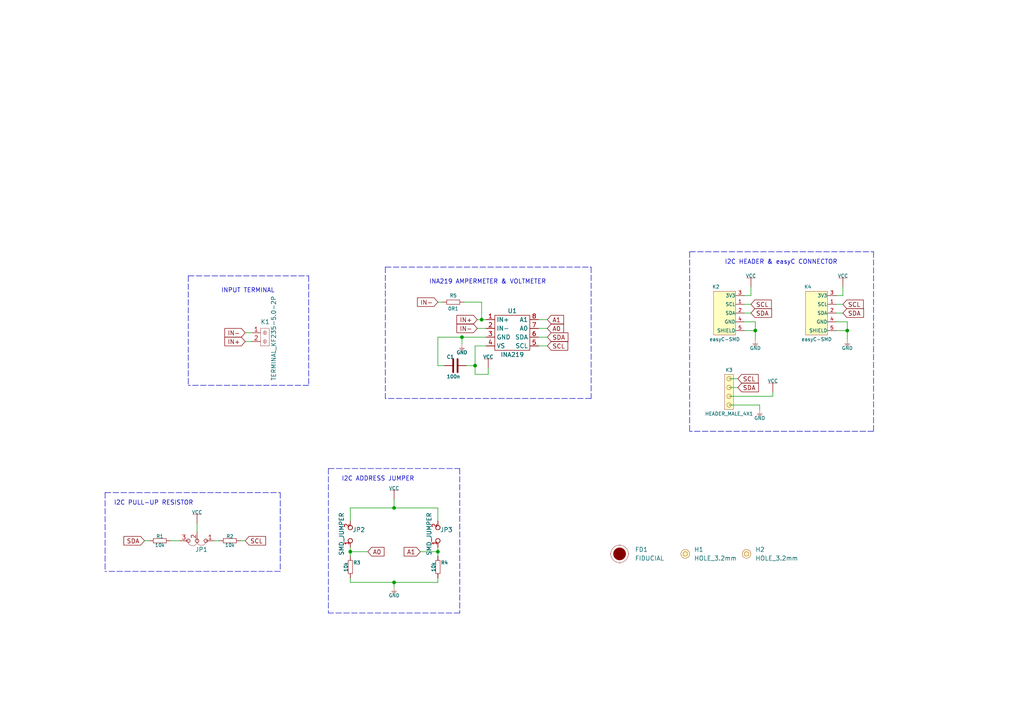
<source format=kicad_sch>
(kicad_sch (version 20211123) (generator eeschema)

  (uuid 69146e43-255d-42af-a104-4a911107aac8)

  (paper "A4")

  (title_block
    (title "INA219 breakout")
    (date "2021-07-28")
    (rev "V1.0.0.")
    (company "SOLDERED")
    (comment 1 "333066")
  )

  (lib_symbols
    (symbol "e-radionica.com schematics:0603C" (pin_numbers hide) (pin_names (offset 0.002)) (in_bom yes) (on_board yes)
      (property "Reference" "C" (id 0) (at -0.635 3.175 0)
        (effects (font (size 1 1)))
      )
      (property "Value" "0603C" (id 1) (at 0 -3.175 0)
        (effects (font (size 1 1)))
      )
      (property "Footprint" "e-radionica.com footprinti:0603C" (id 2) (at 0 0 0)
        (effects (font (size 1 1)) hide)
      )
      (property "Datasheet" "" (id 3) (at 0 0 0)
        (effects (font (size 1 1)) hide)
      )
      (symbol "0603C_0_1"
        (polyline
          (pts
            (xy -0.635 1.905)
            (xy -0.635 -1.905)
          )
          (stroke (width 0.5) (type default) (color 0 0 0 0))
          (fill (type none))
        )
        (polyline
          (pts
            (xy 0.635 1.905)
            (xy 0.635 -1.905)
          )
          (stroke (width 0.5) (type default) (color 0 0 0 0))
          (fill (type none))
        )
      )
      (symbol "0603C_1_1"
        (pin passive line (at -3.175 0 0) (length 2.54)
          (name "~" (effects (font (size 1.27 1.27))))
          (number "1" (effects (font (size 1.27 1.27))))
        )
        (pin passive line (at 3.175 0 180) (length 2.54)
          (name "~" (effects (font (size 1.27 1.27))))
          (number "2" (effects (font (size 1.27 1.27))))
        )
      )
    )
    (symbol "e-radionica.com schematics:0603R" (pin_numbers hide) (pin_names (offset 0.254)) (in_bom yes) (on_board yes)
      (property "Reference" "R" (id 0) (at -1.905 1.905 0)
        (effects (font (size 1 1)))
      )
      (property "Value" "0603R" (id 1) (at 0 -1.905 0)
        (effects (font (size 1 1)))
      )
      (property "Footprint" "e-radionica.com footprinti:0603R" (id 2) (at -0.635 1.905 0)
        (effects (font (size 1 1)) hide)
      )
      (property "Datasheet" "" (id 3) (at -0.635 1.905 0)
        (effects (font (size 1 1)) hide)
      )
      (symbol "0603R_0_1"
        (rectangle (start -1.905 -0.635) (end 1.905 -0.6604)
          (stroke (width 0.1) (type default) (color 0 0 0 0))
          (fill (type none))
        )
        (rectangle (start -1.905 0.635) (end -1.8796 -0.635)
          (stroke (width 0.1) (type default) (color 0 0 0 0))
          (fill (type none))
        )
        (rectangle (start -1.905 0.635) (end 1.905 0.6096)
          (stroke (width 0.1) (type default) (color 0 0 0 0))
          (fill (type none))
        )
        (rectangle (start 1.905 0.635) (end 1.9304 -0.635)
          (stroke (width 0.1) (type default) (color 0 0 0 0))
          (fill (type none))
        )
      )
      (symbol "0603R_1_1"
        (pin passive line (at -3.175 0 0) (length 1.27)
          (name "~" (effects (font (size 1.27 1.27))))
          (number "1" (effects (font (size 1.27 1.27))))
        )
        (pin passive line (at 3.175 0 180) (length 1.27)
          (name "~" (effects (font (size 1.27 1.27))))
          (number "2" (effects (font (size 1.27 1.27))))
        )
      )
    )
    (symbol "e-radionica.com schematics:1210R" (pin_numbers hide) (pin_names (offset 0.254)) (in_bom yes) (on_board yes)
      (property "Reference" "R" (id 0) (at 0 1.27 0)
        (effects (font (size 1 1)))
      )
      (property "Value" "1210R" (id 1) (at 0 -1.905 0)
        (effects (font (size 1 1)))
      )
      (property "Footprint" "e-radionica.com footprinti:1210R" (id 2) (at -1.27 -3.81 0)
        (effects (font (size 1 1)) hide)
      )
      (property "Datasheet" "" (id 3) (at -0.635 1.905 0)
        (effects (font (size 1 1)) hide)
      )
      (symbol "1210R_0_1"
        (rectangle (start -1.905 -0.635) (end 1.905 -0.6604)
          (stroke (width 0.1) (type default) (color 0 0 0 0))
          (fill (type none))
        )
        (rectangle (start -1.905 0.635) (end -1.8796 -0.635)
          (stroke (width 0.1) (type default) (color 0 0 0 0))
          (fill (type none))
        )
        (rectangle (start -1.905 0.635) (end 1.905 0.6096)
          (stroke (width 0.1) (type default) (color 0 0 0 0))
          (fill (type none))
        )
        (rectangle (start 1.905 0.635) (end 1.9304 -0.635)
          (stroke (width 0.1) (type default) (color 0 0 0 0))
          (fill (type none))
        )
      )
      (symbol "1210R_1_1"
        (pin passive line (at -3.175 0 0) (length 1.27)
          (name "~" (effects (font (size 1.27 1.27))))
          (number "1" (effects (font (size 1.27 1.27))))
        )
        (pin passive line (at 3.175 0 180) (length 1.27)
          (name "~" (effects (font (size 1.27 1.27))))
          (number "2" (effects (font (size 1.27 1.27))))
        )
      )
    )
    (symbol "e-radionica.com schematics:FIDUCIAL" (in_bom no) (on_board yes)
      (property "Reference" "FD" (id 0) (at 0 3.81 0)
        (effects (font (size 1.27 1.27)))
      )
      (property "Value" "FIDUCIAL" (id 1) (at 0 -3.81 0)
        (effects (font (size 1.27 1.27)))
      )
      (property "Footprint" "e-radionica.com footprinti:FIDUCIAL_23" (id 2) (at 0.254 -5.334 0)
        (effects (font (size 1.27 1.27)) hide)
      )
      (property "Datasheet" "" (id 3) (at 0 0 0)
        (effects (font (size 1.27 1.27)) hide)
      )
      (symbol "FIDUCIAL_0_1"
        (polyline
          (pts
            (xy -2.54 0)
            (xy -2.794 0)
          )
          (stroke (width 0.0006) (type default) (color 0 0 0 0))
          (fill (type none))
        )
        (polyline
          (pts
            (xy 0 -2.54)
            (xy 0 -2.794)
          )
          (stroke (width 0.0006) (type default) (color 0 0 0 0))
          (fill (type none))
        )
        (polyline
          (pts
            (xy 0 2.54)
            (xy 0 2.794)
          )
          (stroke (width 0.0006) (type default) (color 0 0 0 0))
          (fill (type none))
        )
        (polyline
          (pts
            (xy 2.54 0)
            (xy 2.794 0)
          )
          (stroke (width 0.0006) (type default) (color 0 0 0 0))
          (fill (type none))
        )
        (circle (center 0 0) (radius 1.7961)
          (stroke (width 0.001) (type default) (color 0 0 0 0))
          (fill (type outline))
        )
        (circle (center 0 0) (radius 2.54)
          (stroke (width 0.0006) (type default) (color 0 0 0 0))
          (fill (type none))
        )
      )
    )
    (symbol "e-radionica.com schematics:GND" (power) (pin_names (offset 0)) (in_bom yes) (on_board yes)
      (property "Reference" "#PWR" (id 0) (at 4.445 0 0)
        (effects (font (size 1 1)) hide)
      )
      (property "Value" "GND" (id 1) (at 0 -2.921 0)
        (effects (font (size 1 1)))
      )
      (property "Footprint" "" (id 2) (at 4.445 3.81 0)
        (effects (font (size 1 1)) hide)
      )
      (property "Datasheet" "" (id 3) (at 4.445 3.81 0)
        (effects (font (size 1 1)) hide)
      )
      (property "ki_keywords" "power-flag" (id 4) (at 0 0 0)
        (effects (font (size 1.27 1.27)) hide)
      )
      (property "ki_description" "Power symbol creates a global label with name \"+3V3\"" (id 5) (at 0 0 0)
        (effects (font (size 1.27 1.27)) hide)
      )
      (symbol "GND_0_1"
        (polyline
          (pts
            (xy -0.762 -1.27)
            (xy 0.762 -1.27)
          )
          (stroke (width 0.0006) (type default) (color 0 0 0 0))
          (fill (type none))
        )
        (polyline
          (pts
            (xy -0.635 -1.524)
            (xy 0.635 -1.524)
          )
          (stroke (width 0.0006) (type default) (color 0 0 0 0))
          (fill (type none))
        )
        (polyline
          (pts
            (xy -0.381 -1.778)
            (xy 0.381 -1.778)
          )
          (stroke (width 0.0006) (type default) (color 0 0 0 0))
          (fill (type none))
        )
        (polyline
          (pts
            (xy -0.127 -2.032)
            (xy 0.127 -2.032)
          )
          (stroke (width 0.0006) (type default) (color 0 0 0 0))
          (fill (type none))
        )
        (polyline
          (pts
            (xy 0 0)
            (xy 0 -1.27)
          )
          (stroke (width 0.0006) (type default) (color 0 0 0 0))
          (fill (type none))
        )
      )
      (symbol "GND_1_1"
        (pin power_in line (at 0 0 270) (length 0) hide
          (name "GND" (effects (font (size 1.27 1.27))))
          (number "1" (effects (font (size 1.27 1.27))))
        )
      )
    )
    (symbol "e-radionica.com schematics:HEADER_MALE_4X1" (pin_numbers hide) (pin_names hide) (in_bom yes) (on_board yes)
      (property "Reference" "K" (id 0) (at -0.635 7.62 0)
        (effects (font (size 1 1)))
      )
      (property "Value" "HEADER_MALE_4X1" (id 1) (at 0 -5.08 0)
        (effects (font (size 1 1)))
      )
      (property "Footprint" "e-radionica.com footprinti:HEADER_MALE_4X1" (id 2) (at 0 -2.54 0)
        (effects (font (size 1 1)) hide)
      )
      (property "Datasheet" "" (id 3) (at 0 -2.54 0)
        (effects (font (size 1 1)) hide)
      )
      (symbol "HEADER_MALE_4X1_0_1"
        (circle (center 0 -2.54) (radius 0.635)
          (stroke (width 0.0006) (type default) (color 0 0 0 0))
          (fill (type none))
        )
        (circle (center 0 0) (radius 0.635)
          (stroke (width 0.0006) (type default) (color 0 0 0 0))
          (fill (type none))
        )
        (circle (center 0 2.54) (radius 0.635)
          (stroke (width 0.0006) (type default) (color 0 0 0 0))
          (fill (type none))
        )
        (circle (center 0 5.08) (radius 0.635)
          (stroke (width 0.0006) (type default) (color 0 0 0 0))
          (fill (type none))
        )
        (rectangle (start 1.27 -3.81) (end -1.27 6.35)
          (stroke (width 0.001) (type default) (color 0 0 0 0))
          (fill (type background))
        )
      )
      (symbol "HEADER_MALE_4X1_1_1"
        (pin passive line (at 0 -2.54 180) (length 0)
          (name "~" (effects (font (size 1 1))))
          (number "1" (effects (font (size 1 1))))
        )
        (pin passive line (at 0 0 180) (length 0)
          (name "~" (effects (font (size 1 1))))
          (number "2" (effects (font (size 1 1))))
        )
        (pin passive line (at 0 2.54 180) (length 0)
          (name "~" (effects (font (size 1 1))))
          (number "3" (effects (font (size 1 1))))
        )
        (pin passive line (at 0 5.08 180) (length 0)
          (name "~" (effects (font (size 1 1))))
          (number "4" (effects (font (size 1 1))))
        )
      )
    )
    (symbol "e-radionica.com schematics:HOLE_3.2mm" (pin_numbers hide) (pin_names hide) (in_bom yes) (on_board yes)
      (property "Reference" "H" (id 0) (at 0 2.54 0)
        (effects (font (size 1.27 1.27)))
      )
      (property "Value" "HOLE_3.2mm" (id 1) (at 0 -2.54 0)
        (effects (font (size 1.27 1.27)))
      )
      (property "Footprint" "e-radionica.com footprinti:HOLE_3.2mm" (id 2) (at 0 0 0)
        (effects (font (size 1.27 1.27)) hide)
      )
      (property "Datasheet" "" (id 3) (at 0 0 0)
        (effects (font (size 1.27 1.27)) hide)
      )
      (symbol "HOLE_3.2mm_0_1"
        (circle (center 0 0) (radius 0.635)
          (stroke (width 0.0006) (type default) (color 0 0 0 0))
          (fill (type none))
        )
        (circle (center 0 0) (radius 1.27)
          (stroke (width 0.001) (type default) (color 0 0 0 0))
          (fill (type background))
        )
      )
    )
    (symbol "e-radionica.com schematics:INA219" (in_bom yes) (on_board yes)
      (property "Reference" "U" (id 0) (at 0 6.35 0)
        (effects (font (size 1.27 1.27)))
      )
      (property "Value" "INA219" (id 1) (at 0 -6.35 0)
        (effects (font (size 1.27 1.27)))
      )
      (property "Footprint" "e-radionica.com footprinti:SOT23-8" (id 2) (at 0 -8.89 0)
        (effects (font (size 1.27 1.27)) hide)
      )
      (property "Datasheet" "" (id 3) (at 0 0 0)
        (effects (font (size 1.27 1.27)) hide)
      )
      (symbol "INA219_0_1"
        (rectangle (start -5.08 5.08) (end 5.08 -5.08)
          (stroke (width 0.1524) (type default) (color 0 0 0 0))
          (fill (type none))
        )
      )
      (symbol "INA219_1_1"
        (pin input line (at -7.62 3.81 0) (length 2.54)
          (name "IN+" (effects (font (size 1.27 1.27))))
          (number "1" (effects (font (size 1.27 1.27))))
        )
        (pin input line (at -7.62 1.27 0) (length 2.54)
          (name "IN-" (effects (font (size 1.27 1.27))))
          (number "2" (effects (font (size 1.27 1.27))))
        )
        (pin power_out line (at -7.62 -1.27 0) (length 2.54)
          (name "GND" (effects (font (size 1.27 1.27))))
          (number "3" (effects (font (size 1.27 1.27))))
        )
        (pin power_in line (at -7.62 -3.81 0) (length 2.54)
          (name "VS" (effects (font (size 1.27 1.27))))
          (number "4" (effects (font (size 1.27 1.27))))
        )
        (pin bidirectional line (at 7.62 -3.81 180) (length 2.54)
          (name "SCL" (effects (font (size 1.27 1.27))))
          (number "5" (effects (font (size 1.27 1.27))))
        )
        (pin bidirectional line (at 7.62 -1.27 180) (length 2.54)
          (name "SDA" (effects (font (size 1.27 1.27))))
          (number "6" (effects (font (size 1.27 1.27))))
        )
        (pin input line (at 7.62 1.27 180) (length 2.54)
          (name "A0" (effects (font (size 1.27 1.27))))
          (number "7" (effects (font (size 1.27 1.27))))
        )
        (pin input line (at 7.62 3.81 180) (length 2.54)
          (name "A1" (effects (font (size 1.27 1.27))))
          (number "8" (effects (font (size 1.27 1.27))))
        )
      )
    )
    (symbol "e-radionica.com schematics:SMD_JUMPER" (in_bom yes) (on_board yes)
      (property "Reference" "JP" (id 0) (at 0 1.397 0)
        (effects (font (size 1.27 1.27)))
      )
      (property "Value" "SMD_JUMPER" (id 1) (at 0.508 -3.048 0)
        (effects (font (size 1.27 1.27)))
      )
      (property "Footprint" "e-radionica.com footprinti:SMD_JUMPER" (id 2) (at 0 0 0)
        (effects (font (size 1.27 1.27)) hide)
      )
      (property "Datasheet" "" (id 3) (at 0 0 0)
        (effects (font (size 1.27 1.27)) hide)
      )
      (symbol "SMD_JUMPER_1_1"
        (pin passive inverted (at -3.81 0 0) (length 2.54)
          (name "" (effects (font (size 1.27 1.27))))
          (number "1" (effects (font (size 1.27 1.27))))
        )
        (pin passive inverted (at 3.81 0 180) (length 2.54)
          (name "" (effects (font (size 1.27 1.27))))
          (number "2" (effects (font (size 1.27 1.27))))
        )
      )
    )
    (symbol "e-radionica.com schematics:SMD_JUMPER_3_PAD_TRACE" (in_bom yes) (on_board yes)
      (property "Reference" "JP" (id 0) (at 0.0254 5.461 0)
        (effects (font (size 1.27 1.27)))
      )
      (property "Value" "SMD_JUMPER_3_PAD_TRACE" (id 1) (at 0.3048 -4.572 0)
        (effects (font (size 1.27 1.27)))
      )
      (property "Footprint" "e-radionica.com footprinti:SMD_JUMPER_3_PAD_TRACE" (id 2) (at 0 -1.27 0)
        (effects (font (size 1.27 1.27)) hide)
      )
      (property "Datasheet" "" (id 3) (at 0 0 0)
        (effects (font (size 1.27 1.27)) hide)
      )
      (symbol "SMD_JUMPER_3_PAD_TRACE_0_1"
        (circle (center -2.54 0) (radius 0.508)
          (stroke (width 0.1524) (type default) (color 0 0 0 0))
          (fill (type none))
        )
        (circle (center 0 0) (radius 0.508)
          (stroke (width 0.1524) (type default) (color 0 0 0 0))
          (fill (type none))
        )
        (arc (start 0 0.508) (mid -1.27 1.3552) (end -2.54 0.508)
          (stroke (width 0.0006) (type default) (color 0 0 0 0))
          (fill (type none))
        )
        (circle (center 2.54 0) (radius 0.508)
          (stroke (width 0.1524) (type default) (color 0 0 0 0))
          (fill (type none))
        )
        (arc (start 2.54 0.508) (mid 1.27 1.4777) (end 0 0.508)
          (stroke (width 0.0006) (type default) (color 0 0 0 0))
          (fill (type none))
        )
      )
      (symbol "SMD_JUMPER_3_PAD_TRACE_1_1"
        (pin input line (at -5.08 0 0) (length 2.54)
          (name "" (effects (font (size 1.27 1.27))))
          (number "1" (effects (font (size 1.27 1.27))))
        )
        (pin input line (at 0 -2.54 90) (length 2.54)
          (name "" (effects (font (size 1.27 1.27))))
          (number "2" (effects (font (size 1.27 1.27))))
        )
        (pin input line (at 5.08 0 180) (length 2.54)
          (name "" (effects (font (size 1.27 1.27))))
          (number "3" (effects (font (size 1.27 1.27))))
        )
      )
    )
    (symbol "e-radionica.com schematics:TERMINAL_KF235-5.0-2P" (in_bom yes) (on_board yes)
      (property "Reference" "K" (id 0) (at 0 3.81 0)
        (effects (font (size 1.27 1.27)))
      )
      (property "Value" "TERMINAL_KF235-5.0-2P" (id 1) (at 0 -3.81 0)
        (effects (font (size 1.27 1.27)))
      )
      (property "Footprint" "e-radionica.com footprinti:TERMINAL_KF235-5.0-2P" (id 2) (at 0 0 0)
        (effects (font (size 1.27 1.27)) hide)
      )
      (property "Datasheet" "" (id 3) (at 0 0 0)
        (effects (font (size 1.27 1.27)) hide)
      )
      (symbol "TERMINAL_KF235-5.0-2P_0_1"
        (rectangle (start -1.27 2.54) (end 1.27 -2.54)
          (stroke (width 0.0006) (type default) (color 0 0 0 0))
          (fill (type none))
        )
        (circle (center 0 -1.27) (radius 0.508)
          (stroke (width 0.0006) (type default) (color 0 0 0 0))
          (fill (type none))
        )
        (polyline
          (pts
            (xy -0.254 -1.27)
            (xy 0.254 -1.27)
          )
          (stroke (width 0.0006) (type default) (color 0 0 0 0))
          (fill (type none))
        )
        (polyline
          (pts
            (xy -0.254 1.27)
            (xy 0.254 1.27)
          )
          (stroke (width 0.0006) (type default) (color 0 0 0 0))
          (fill (type none))
        )
        (polyline
          (pts
            (xy 0 -0.762)
            (xy 0 -1.778)
          )
          (stroke (width 0.0006) (type default) (color 0 0 0 0))
          (fill (type none))
        )
        (polyline
          (pts
            (xy 0 1.778)
            (xy 0 0.762)
          )
          (stroke (width 0.0006) (type default) (color 0 0 0 0))
          (fill (type none))
        )
        (circle (center 0 1.27) (radius 0.508)
          (stroke (width 0.0006) (type default) (color 0 0 0 0))
          (fill (type none))
        )
      )
      (symbol "TERMINAL_KF235-5.0-2P_1_1"
        (pin input line (at -3.81 1.27 0) (length 2.54)
          (name "~" (effects (font (size 1.27 1.27))))
          (number "1" (effects (font (size 1.27 1.27))))
        )
        (pin input line (at -3.81 -1.27 0) (length 2.54)
          (name "~" (effects (font (size 1.27 1.27))))
          (number "2" (effects (font (size 1.27 1.27))))
        )
      )
    )
    (symbol "e-radionica.com schematics:VCC" (power) (pin_names (offset 0)) (in_bom yes) (on_board yes)
      (property "Reference" "#PWR" (id 0) (at 4.445 0 0)
        (effects (font (size 1 1)) hide)
      )
      (property "Value" "VCC" (id 1) (at 0 3.556 0)
        (effects (font (size 1 1)))
      )
      (property "Footprint" "" (id 2) (at 4.445 3.81 0)
        (effects (font (size 1 1)) hide)
      )
      (property "Datasheet" "" (id 3) (at 4.445 3.81 0)
        (effects (font (size 1 1)) hide)
      )
      (property "ki_keywords" "power-flag" (id 4) (at 0 0 0)
        (effects (font (size 1.27 1.27)) hide)
      )
      (property "ki_description" "Power symbol creates a global label with name \"VCC\"" (id 5) (at 0 0 0)
        (effects (font (size 1.27 1.27)) hide)
      )
      (symbol "VCC_0_1"
        (polyline
          (pts
            (xy -1.27 2.54)
            (xy 1.27 2.54)
          )
          (stroke (width 0.0006) (type default) (color 0 0 0 0))
          (fill (type none))
        )
        (polyline
          (pts
            (xy 0 0)
            (xy 0 2.54)
          )
          (stroke (width 0) (type default) (color 0 0 0 0))
          (fill (type none))
        )
      )
      (symbol "VCC_1_1"
        (pin power_in line (at 0 0 90) (length 0) hide
          (name "VCC" (effects (font (size 1.27 1.27))))
          (number "1" (effects (font (size 1.27 1.27))))
        )
      )
    )
    (symbol "e-radionica.com schematics:easyC-SMD" (pin_names (offset 0.002)) (in_bom yes) (on_board yes)
      (property "Reference" "K" (id 0) (at -2.54 10.16 0)
        (effects (font (size 1 1)))
      )
      (property "Value" "easyC-SMD" (id 1) (at 0 -5.08 0)
        (effects (font (size 1 1)))
      )
      (property "Footprint" "e-radionica.com footprinti:easyC-connector" (id 2) (at 3.175 2.54 0)
        (effects (font (size 1 1)) hide)
      )
      (property "Datasheet" "" (id 3) (at 3.175 2.54 0)
        (effects (font (size 1 1)) hide)
      )
      (symbol "easyC-SMD_0_1"
        (rectangle (start -3.175 8.89) (end 3.175 -3.81)
          (stroke (width 0.001) (type default) (color 0 0 0 0))
          (fill (type background))
        )
      )
      (symbol "easyC-SMD_1_1"
        (pin passive line (at 5.715 5.08 180) (length 2.54)
          (name "SCL" (effects (font (size 1 1))))
          (number "1" (effects (font (size 1 1))))
        )
        (pin passive line (at 5.715 2.54 180) (length 2.54)
          (name "SDA" (effects (font (size 1 1))))
          (number "2" (effects (font (size 1 1))))
        )
        (pin passive line (at 5.715 7.62 180) (length 2.54)
          (name "3V3" (effects (font (size 1 1))))
          (number "3" (effects (font (size 1 1))))
        )
        (pin passive line (at 5.715 0 180) (length 2.54)
          (name "GND" (effects (font (size 1 1))))
          (number "4" (effects (font (size 1 1))))
        )
        (pin passive line (at 5.715 -2.54 180) (length 2.54)
          (name "SHIELD" (effects (font (size 1 1))))
          (number "5" (effects (font (size 1 1))))
        )
      )
    )
  )

  (junction (at 114.3 147.32) (diameter 0.9144) (color 0 0 0 0)
    (uuid 68877d35-b796-44db-9124-b8e744e7412e)
  )
  (junction (at 137.795 106.045) (diameter 0.9144) (color 0 0 0 0)
    (uuid 6d26d68f-1ca7-4ff3-b058-272f1c399047)
  )
  (junction (at 219.075 95.885) (diameter 0.9144) (color 0 0 0 0)
    (uuid 70e15522-1572-4451-9c0d-6d36ac70d8c6)
  )
  (junction (at 133.985 97.79) (diameter 0.9144) (color 0 0 0 0)
    (uuid 911bdcbe-493f-4e21-a506-7cbc636e2c17)
  )
  (junction (at 127 160.02) (diameter 0.9144) (color 0 0 0 0)
    (uuid 9f8381e9-3077-4453-a480-a01ad9c1a940)
  )
  (junction (at 114.3 168.91) (diameter 0.9144) (color 0 0 0 0)
    (uuid b96fe6ac-3535-4455-ab88-ed77f5e46d6e)
  )
  (junction (at 101.6 160.02) (diameter 0.9144) (color 0 0 0 0)
    (uuid c332fa55-4168-4f55-88a5-f82c7c21040b)
  )
  (junction (at 139.7 92.71) (diameter 0.9144) (color 0 0 0 0)
    (uuid d3d7e298-1d39-4294-a3ab-c84cc0dc5e5a)
  )
  (junction (at 245.745 95.885) (diameter 0.9144) (color 0 0 0 0)
    (uuid dde51ae5-b215-445e-92bb-4a12ec410531)
  )

  (wire (pts (xy 211.455 117.475) (xy 220.345 117.475))
    (stroke (width 0) (type solid) (color 0 0 0 0))
    (uuid 0251b0c8-4742-44c4-9c7b-cab7ded9241f)
  )
  (wire (pts (xy 71.12 96.52) (xy 73.025 96.52))
    (stroke (width 0) (type solid) (color 0 0 0 0))
    (uuid 0306d83a-8d18-443b-9603-7cf2c41b9858)
  )
  (wire (pts (xy 215.9 93.345) (xy 219.075 93.345))
    (stroke (width 0) (type solid) (color 0 0 0 0))
    (uuid 0b0ebae2-6810-4e57-9510-dcacd6548495)
  )
  (polyline (pts (xy 81.28 165.735) (xy 30.48 165.735))
    (stroke (width 0) (type dash) (color 0 0 0 0))
    (uuid 0c461d33-6b7a-4b15-8e8b-df4cd2205c18)
  )

  (wire (pts (xy 242.57 88.265) (xy 244.475 88.265))
    (stroke (width 0) (type solid) (color 0 0 0 0))
    (uuid 0d160caf-dc7f-4845-a2f3-a2e555e0ca4b)
  )
  (wire (pts (xy 134.62 87.63) (xy 139.7 87.63))
    (stroke (width 0) (type solid) (color 0 0 0 0))
    (uuid 0f5af60f-f05a-4599-a022-5507d4864707)
  )
  (wire (pts (xy 139.7 87.63) (xy 139.7 92.71))
    (stroke (width 0) (type solid) (color 0 0 0 0))
    (uuid 0f5af60f-f05a-4599-a022-5507d4864708)
  )
  (wire (pts (xy 156.21 92.71) (xy 158.75 92.71))
    (stroke (width 0) (type solid) (color 0 0 0 0))
    (uuid 15500686-5a0d-424e-a984-9c859e697c5a)
  )
  (wire (pts (xy 127 87.63) (xy 128.27 87.63))
    (stroke (width 0) (type solid) (color 0 0 0 0))
    (uuid 16600d83-9144-4a9a-8273-1b21a38568ed)
  )
  (wire (pts (xy 156.21 95.25) (xy 158.75 95.25))
    (stroke (width 0) (type solid) (color 0 0 0 0))
    (uuid 1a46f6e3-86db-4347-92ad-66dcff9ba0ad)
  )
  (wire (pts (xy 211.455 109.855) (xy 213.995 109.855))
    (stroke (width 0) (type solid) (color 0 0 0 0))
    (uuid 1f13f457-c275-45d9-a011-368e4b85c5a1)
  )
  (wire (pts (xy 71.12 99.06) (xy 73.025 99.06))
    (stroke (width 0) (type solid) (color 0 0 0 0))
    (uuid 1fcb396a-e201-4f7f-b69a-c90b70746eb2)
  )
  (wire (pts (xy 242.57 85.725) (xy 244.475 85.725))
    (stroke (width 0) (type solid) (color 0 0 0 0))
    (uuid 2248dbeb-578b-48e4-94ad-b88ee79f2131)
  )
  (polyline (pts (xy 89.535 80.01) (xy 89.535 111.76))
    (stroke (width 0) (type dash) (color 0 0 0 0))
    (uuid 27f94713-731c-42f1-946b-bf3970251c24)
  )

  (wire (pts (xy 138.43 95.25) (xy 140.97 95.25))
    (stroke (width 0) (type solid) (color 0 0 0 0))
    (uuid 36e06ef4-ff41-47fc-a9f7-9ca9c9ad3b10)
  )
  (polyline (pts (xy 111.76 77.47) (xy 111.76 115.57))
    (stroke (width 0) (type dash) (color 0 0 0 0))
    (uuid 386d4238-bf7d-41fe-9b8e-957300934440)
  )
  (polyline (pts (xy 30.48 142.875) (xy 81.28 142.875))
    (stroke (width 0) (type dash) (color 0 0 0 0))
    (uuid 38743a08-036c-4e85-bef1-4395c6c307c1)
  )

  (wire (pts (xy 57.15 151.765) (xy 57.15 154.305))
    (stroke (width 0) (type solid) (color 0 0 0 0))
    (uuid 4868c01e-ddd2-46eb-ae6f-ac78e0ca99fa)
  )
  (wire (pts (xy 215.9 90.805) (xy 217.805 90.805))
    (stroke (width 0) (type solid) (color 0 0 0 0))
    (uuid 4b8d1bf3-b483-419f-b29b-aee56fbab09b)
  )
  (wire (pts (xy 242.57 90.805) (xy 244.475 90.805))
    (stroke (width 0) (type solid) (color 0 0 0 0))
    (uuid 511d616d-095d-458c-8f76-8ac4291a0b4f)
  )
  (wire (pts (xy 219.075 93.345) (xy 219.075 95.885))
    (stroke (width 0) (type solid) (color 0 0 0 0))
    (uuid 52e41505-f3c3-420f-acea-bf853bab7e23)
  )
  (wire (pts (xy 217.805 85.725) (xy 217.805 83.185))
    (stroke (width 0) (type solid) (color 0 0 0 0))
    (uuid 52e52201-5a3d-435b-a459-83d466da3e1b)
  )
  (wire (pts (xy 242.57 95.885) (xy 245.745 95.885))
    (stroke (width 0) (type solid) (color 0 0 0 0))
    (uuid 57633617-0709-458b-b696-db978eb3449b)
  )
  (wire (pts (xy 101.6 167.64) (xy 101.6 168.91))
    (stroke (width 0) (type solid) (color 0 0 0 0))
    (uuid 5788fd00-3df4-4a52-b7b8-50aba6a20a0d)
  )
  (wire (pts (xy 101.6 168.91) (xy 114.3 168.91))
    (stroke (width 0) (type solid) (color 0 0 0 0))
    (uuid 5788fd00-3df4-4a52-b7b8-50aba6a20a0e)
  )
  (wire (pts (xy 114.3 168.91) (xy 114.3 170.18))
    (stroke (width 0) (type solid) (color 0 0 0 0))
    (uuid 5788fd00-3df4-4a52-b7b8-50aba6a20a0f)
  )
  (wire (pts (xy 156.21 100.33) (xy 158.75 100.33))
    (stroke (width 0) (type solid) (color 0 0 0 0))
    (uuid 5d4753d5-87c5-424f-990b-ab6640ba241c)
  )
  (wire (pts (xy 127 97.79) (xy 133.985 97.79))
    (stroke (width 0) (type solid) (color 0 0 0 0))
    (uuid 5d8282b2-7ba8-4e52-a8fe-acb2687d6293)
  )
  (wire (pts (xy 127 106.045) (xy 127 97.79))
    (stroke (width 0) (type solid) (color 0 0 0 0))
    (uuid 5d8282b2-7ba8-4e52-a8fe-acb2687d6294)
  )
  (wire (pts (xy 128.905 106.045) (xy 127 106.045))
    (stroke (width 0) (type solid) (color 0 0 0 0))
    (uuid 5d8282b2-7ba8-4e52-a8fe-acb2687d6295)
  )
  (wire (pts (xy 215.9 88.265) (xy 217.805 88.265))
    (stroke (width 0) (type solid) (color 0 0 0 0))
    (uuid 614d0255-f6eb-4b42-b742-6ec673f82bdf)
  )
  (wire (pts (xy 245.745 93.345) (xy 245.745 95.885))
    (stroke (width 0) (type solid) (color 0 0 0 0))
    (uuid 6595aeff-d2fe-467a-926d-3e2400ffa84c)
  )
  (wire (pts (xy 219.075 95.885) (xy 219.075 98.425))
    (stroke (width 0) (type solid) (color 0 0 0 0))
    (uuid 70f3525a-f854-4bf2-9706-b0a3da59bdc9)
  )
  (polyline (pts (xy 253.365 73.025) (xy 253.365 125.095))
    (stroke (width 0) (type dash) (color 0 0 0 0))
    (uuid 735c9ad4-d8a2-4c3d-aaaf-c7572cc7cfa4)
  )

  (wire (pts (xy 133.985 97.79) (xy 133.985 99.695))
    (stroke (width 0) (type solid) (color 0 0 0 0))
    (uuid 788127e1-df9a-4c64-884f-e18dfb65401c)
  )
  (wire (pts (xy 140.97 97.79) (xy 133.985 97.79))
    (stroke (width 0) (type solid) (color 0 0 0 0))
    (uuid 788127e1-df9a-4c64-884f-e18dfb65401d)
  )
  (polyline (pts (xy 54.61 80.01) (xy 54.61 111.76))
    (stroke (width 0) (type dash) (color 0 0 0 0))
    (uuid 795af4e8-7744-4313-8e74-65add72a6025)
  )
  (polyline (pts (xy 54.61 80.01) (xy 89.535 80.01))
    (stroke (width 0) (type dash) (color 0 0 0 0))
    (uuid 7da6980c-be2f-4101-8fcd-c51dc41e2caa)
  )

  (wire (pts (xy 101.6 160.02) (xy 106.68 160.02))
    (stroke (width 0) (type solid) (color 0 0 0 0))
    (uuid 7debb41c-5f48-44dd-8718-01628f96a96e)
  )
  (wire (pts (xy 101.6 147.32) (xy 114.3 147.32))
    (stroke (width 0) (type solid) (color 0 0 0 0))
    (uuid 7eaab18f-7332-414f-8242-0f2603ff4fd8)
  )
  (wire (pts (xy 101.6 151.13) (xy 101.6 147.32))
    (stroke (width 0) (type solid) (color 0 0 0 0))
    (uuid 7eaab18f-7332-414f-8242-0f2603ff4fd9)
  )
  (wire (pts (xy 114.3 147.32) (xy 127 147.32))
    (stroke (width 0) (type solid) (color 0 0 0 0))
    (uuid 7eaab18f-7332-414f-8242-0f2603ff4fda)
  )
  (wire (pts (xy 220.345 117.475) (xy 220.345 118.745))
    (stroke (width 0) (type solid) (color 0 0 0 0))
    (uuid 7eb57340-cf7e-4fd2-94c7-d5296e1a6045)
  )
  (wire (pts (xy 137.795 100.33) (xy 137.795 106.045))
    (stroke (width 0) (type solid) (color 0 0 0 0))
    (uuid 7fef5ed3-c1c7-4ff5-83bc-42aed60e8e9b)
  )
  (wire (pts (xy 137.795 106.045) (xy 137.795 108.585))
    (stroke (width 0) (type solid) (color 0 0 0 0))
    (uuid 7fef5ed3-c1c7-4ff5-83bc-42aed60e8e9c)
  )
  (wire (pts (xy 137.795 108.585) (xy 141.605 108.585))
    (stroke (width 0) (type solid) (color 0 0 0 0))
    (uuid 7fef5ed3-c1c7-4ff5-83bc-42aed60e8e9d)
  )
  (wire (pts (xy 140.97 100.33) (xy 137.795 100.33))
    (stroke (width 0) (type solid) (color 0 0 0 0))
    (uuid 7fef5ed3-c1c7-4ff5-83bc-42aed60e8e9e)
  )
  (wire (pts (xy 141.605 108.585) (xy 141.605 106.68))
    (stroke (width 0) (type solid) (color 0 0 0 0))
    (uuid 7fef5ed3-c1c7-4ff5-83bc-42aed60e8e9f)
  )
  (wire (pts (xy 69.85 156.845) (xy 71.12 156.845))
    (stroke (width 0) (type solid) (color 0 0 0 0))
    (uuid 8079066b-5a18-475a-8703-030d6ad29d1e)
  )
  (wire (pts (xy 211.455 112.395) (xy 213.995 112.395))
    (stroke (width 0) (type solid) (color 0 0 0 0))
    (uuid 80dc24e8-6853-46b9-b552-113209db0777)
  )
  (polyline (pts (xy 200.025 73.025) (xy 200.025 125.095))
    (stroke (width 0) (type dash) (color 0 0 0 0))
    (uuid 825da848-11e8-4bc0-84f8-6dbf80614715)
  )

  (wire (pts (xy 245.745 95.885) (xy 245.745 98.425))
    (stroke (width 0) (type solid) (color 0 0 0 0))
    (uuid 89344374-cb4e-4bd5-b2a4-60d00941aba5)
  )
  (wire (pts (xy 127 167.64) (xy 127 168.91))
    (stroke (width 0) (type solid) (color 0 0 0 0))
    (uuid 908cb68f-ba53-4ad4-bca5-bc790d7d30d4)
  )
  (wire (pts (xy 127 168.91) (xy 114.3 168.91))
    (stroke (width 0) (type solid) (color 0 0 0 0))
    (uuid 908cb68f-ba53-4ad4-bca5-bc790d7d30d5)
  )
  (wire (pts (xy 41.91 156.845) (xy 43.18 156.845))
    (stroke (width 0) (type solid) (color 0 0 0 0))
    (uuid 91936310-a8d1-4b8e-9b36-f0d416a46c17)
  )
  (wire (pts (xy 127 151.13) (xy 127 147.32))
    (stroke (width 0) (type solid) (color 0 0 0 0))
    (uuid 994783f7-1bd0-422b-8462-7f9976ccc9d3)
  )
  (wire (pts (xy 138.43 92.71) (xy 139.7 92.71))
    (stroke (width 0) (type solid) (color 0 0 0 0))
    (uuid 9a237ddf-410a-49d1-92d0-0a202ceadc03)
  )
  (wire (pts (xy 139.7 92.71) (xy 140.97 92.71))
    (stroke (width 0) (type solid) (color 0 0 0 0))
    (uuid 9a237ddf-410a-49d1-92d0-0a202ceadc04)
  )
  (wire (pts (xy 49.53 156.845) (xy 52.07 156.845))
    (stroke (width 0) (type solid) (color 0 0 0 0))
    (uuid a0575b14-fe86-4aa4-a14b-0d0bc2734792)
  )
  (polyline (pts (xy 89.535 111.76) (xy 54.61 111.76))
    (stroke (width 0) (type dash) (color 0 0 0 0))
    (uuid a37fd365-9ca0-4d88-ad45-095de8a96a05)
  )

  (wire (pts (xy 114.3 144.78) (xy 114.3 147.32))
    (stroke (width 0) (type solid) (color 0 0 0 0))
    (uuid a60d82eb-66bb-46ce-bb6b-8b723ef1654c)
  )
  (wire (pts (xy 215.9 85.725) (xy 217.805 85.725))
    (stroke (width 0) (type solid) (color 0 0 0 0))
    (uuid a840c244-7337-4c52-9c93-4758ded75eb2)
  )
  (wire (pts (xy 242.57 93.345) (xy 245.745 93.345))
    (stroke (width 0) (type solid) (color 0 0 0 0))
    (uuid a91bb2ac-e50b-4cc0-95ba-8ee1c6824dc3)
  )
  (polyline (pts (xy 253.365 125.095) (xy 200.025 125.095))
    (stroke (width 0) (type dash) (color 0 0 0 0))
    (uuid aae2ee54-8e1f-409b-9fcb-a4a411be48d9)
  )

  (wire (pts (xy 101.6 158.75) (xy 101.6 160.02))
    (stroke (width 0) (type solid) (color 0 0 0 0))
    (uuid ae0444ff-92ee-45fb-b2ed-38a0e5b730aa)
  )
  (wire (pts (xy 101.6 160.02) (xy 101.6 161.29))
    (stroke (width 0) (type solid) (color 0 0 0 0))
    (uuid ae0444ff-92ee-45fb-b2ed-38a0e5b730ab)
  )
  (wire (pts (xy 211.455 114.935) (xy 224.155 114.935))
    (stroke (width 0) (type solid) (color 0 0 0 0))
    (uuid ba2979d5-4f1b-45bb-a0d8-e63c3911723d)
  )
  (polyline (pts (xy 171.45 77.47) (xy 171.45 115.57))
    (stroke (width 0) (type dash) (color 0 0 0 0))
    (uuid bcfc01fd-6625-4ca6-8b1f-da2ecd5b97c4)
  )

  (wire (pts (xy 215.9 95.885) (xy 219.075 95.885))
    (stroke (width 0) (type solid) (color 0 0 0 0))
    (uuid c76b5b66-fd8c-4e0a-962d-d5497c5ac676)
  )
  (polyline (pts (xy 171.45 115.57) (xy 111.76 115.57))
    (stroke (width 0) (type dash) (color 0 0 0 0))
    (uuid ca61d94c-ad90-484a-a753-480c741fd2b5)
  )
  (polyline (pts (xy 30.48 142.875) (xy 30.48 165.735))
    (stroke (width 0) (type dash) (color 0 0 0 0))
    (uuid cec27ebd-975a-44a2-a1bd-6f21c019fb8c)
  )

  (wire (pts (xy 224.155 114.935) (xy 224.155 113.665))
    (stroke (width 0) (type solid) (color 0 0 0 0))
    (uuid d36a19b5-0f6b-417b-9b91-688619ab395f)
  )
  (polyline (pts (xy 200.025 73.025) (xy 253.365 73.025))
    (stroke (width 0) (type dash) (color 0 0 0 0))
    (uuid d45bee82-d35c-4c64-b9b0-d9adcd8e0217)
  )
  (polyline (pts (xy 111.76 77.47) (xy 171.45 77.47))
    (stroke (width 0) (type dash) (color 0 0 0 0))
    (uuid d936e1f6-3e90-4e82-9e42-fca0fa533b84)
  )

  (wire (pts (xy 156.21 97.79) (xy 158.75 97.79))
    (stroke (width 0) (type solid) (color 0 0 0 0))
    (uuid dc8b573f-8312-45c6-9f0d-684fc304f071)
  )
  (wire (pts (xy 127 158.75) (xy 127 160.02))
    (stroke (width 0) (type solid) (color 0 0 0 0))
    (uuid dfd09404-c65f-4c15-9066-b8d9d70ddefa)
  )
  (wire (pts (xy 127 160.02) (xy 127 161.29))
    (stroke (width 0) (type solid) (color 0 0 0 0))
    (uuid dfd09404-c65f-4c15-9066-b8d9d70ddefb)
  )
  (polyline (pts (xy 81.28 142.875) (xy 81.28 165.735))
    (stroke (width 0) (type dash) (color 0 0 0 0))
    (uuid e6744582-a4b1-4f07-85ef-0a1b6f411810)
  )
  (polyline (pts (xy 95.25 135.89) (xy 95.25 177.8))
    (stroke (width 0) (type dash) (color 0 0 0 0))
    (uuid e9412578-c650-498d-a16c-876ccc2fd38a)
  )
  (polyline (pts (xy 95.25 135.89) (xy 133.35 135.89))
    (stroke (width 0) (type dash) (color 0 0 0 0))
    (uuid e9412578-c650-498d-a16c-876ccc2fd38b)
  )
  (polyline (pts (xy 133.35 135.89) (xy 133.35 177.8))
    (stroke (width 0) (type dash) (color 0 0 0 0))
    (uuid e9412578-c650-498d-a16c-876ccc2fd38c)
  )
  (polyline (pts (xy 133.35 177.8) (xy 95.25 177.8))
    (stroke (width 0) (type dash) (color 0 0 0 0))
    (uuid e9412578-c650-498d-a16c-876ccc2fd38d)
  )

  (wire (pts (xy 62.23 156.845) (xy 63.5 156.845))
    (stroke (width 0) (type solid) (color 0 0 0 0))
    (uuid f1c5e9d1-6eb5-4544-8474-76f75557c0be)
  )
  (wire (pts (xy 244.475 85.725) (xy 244.475 83.185))
    (stroke (width 0) (type solid) (color 0 0 0 0))
    (uuid f78f7756-d103-43a5-81dd-a61eba7587cb)
  )
  (wire (pts (xy 135.255 106.045) (xy 137.795 106.045))
    (stroke (width 0) (type solid) (color 0 0 0 0))
    (uuid fad31b2a-ed6e-42a4-b4e3-71b5a1ade712)
  )
  (wire (pts (xy 121.92 160.02) (xy 127 160.02))
    (stroke (width 0) (type solid) (color 0 0 0 0))
    (uuid fd43d55d-0eaf-4273-9232-a76800314bd6)
  )

  (text "INA219 AMPERMETER & VOLTMETER" (at 124.46 82.55 0)
    (effects (font (size 1.27 1.27)) (justify left bottom))
    (uuid 2ea43720-a3de-4b89-b66f-9c35544f8469)
  )
  (text "I2C ADDRESS JUMPER" (at 99.06 139.7 0)
    (effects (font (size 1.27 1.27)) (justify left bottom))
    (uuid 8f45ed2c-4045-48bf-98ec-cde3b94e30ee)
  )
  (text "INPUT TERMINAL" (at 64.135 85.09 0)
    (effects (font (size 1.27 1.27)) (justify left bottom))
    (uuid 98d6f452-ee9f-4f2b-8819-f15a00f8ff75)
  )
  (text "I2C HEADER & easyC CONNECTOR" (at 210.185 76.835 0)
    (effects (font (size 1.27 1.27)) (justify left bottom))
    (uuid c0c80e47-819c-4807-844e-bef505d7ae6a)
  )
  (text "I2C PULL-UP RESISTOR" (at 33.02 146.685 0)
    (effects (font (size 1.27 1.27)) (justify left bottom))
    (uuid d6566b45-8d34-41d6-bc06-0112449790b7)
  )

  (global_label "A1" (shape input) (at 121.92 160.02 180) (fields_autoplaced)
    (effects (font (size 1.27 1.27)) (justify right))
    (uuid 0656e987-479c-49d4-898c-77cbcc365b3c)
    (property "Intersheet References" "${INTERSHEET_REFS}" (id 0) (at 117.2088 160.0994 0)
      (effects (font (size 1.27 1.27)) (justify right) hide)
    )
  )
  (global_label "A0" (shape input) (at 158.75 95.25 0) (fields_autoplaced)
    (effects (font (size 1.27 1.27)) (justify left))
    (uuid 0cc41055-d732-45f7-b1b0-24a5f7913a10)
    (property "Intersheet References" "${INTERSHEET_REFS}" (id 0) (at 163.4612 95.1706 0)
      (effects (font (size 1.27 1.27)) (justify left) hide)
    )
  )
  (global_label "IN-" (shape input) (at 127 87.63 180) (fields_autoplaced)
    (effects (font (size 1.27 1.27)) (justify right))
    (uuid 16cf4afe-f8fe-48d5-9be4-353dd3fd3e35)
    (property "Intersheet References" "${INTERSHEET_REFS}" (id 0) (at 121.0793 87.5506 0)
      (effects (font (size 1.27 1.27)) (justify right) hide)
    )
  )
  (global_label "IN-" (shape input) (at 71.12 96.52 180) (fields_autoplaced)
    (effects (font (size 1.27 1.27)) (justify right))
    (uuid 17ee2632-88e8-4e02-ad1c-c73ea9afa793)
    (property "Intersheet References" "${INTERSHEET_REFS}" (id 0) (at 65.1993 96.4406 0)
      (effects (font (size 1.27 1.27)) (justify right) hide)
    )
  )
  (global_label "IN+" (shape input) (at 138.43 92.71 180) (fields_autoplaced)
    (effects (font (size 1.27 1.27)) (justify right))
    (uuid 237b7c17-f83c-4d34-8216-3a8e46666767)
    (property "Intersheet References" "${INTERSHEET_REFS}" (id 0) (at 132.5093 92.6306 0)
      (effects (font (size 1.27 1.27)) (justify right) hide)
    )
  )
  (global_label "SDA" (shape input) (at 213.995 112.395 0)
    (effects (font (size 1.27 1.27)) (justify left))
    (uuid 2adc9bd0-8417-4140-9b5c-27a8d614b183)
    (property "Intersheet References" "${INTERSHEET_REFS}" (id 0) (at 222.7097 112.4744 0)
      (effects (font (size 1.27 1.27)) (justify left) hide)
    )
  )
  (global_label "SDA" (shape input) (at 158.75 97.79 0)
    (effects (font (size 1.27 1.27)) (justify left))
    (uuid 493b580c-0e97-4026-8eb6-8a64f9d8b619)
    (property "Intersheet References" "${INTERSHEET_REFS}" (id 0) (at 167.4647 97.8694 0)
      (effects (font (size 1.27 1.27)) (justify left) hide)
    )
  )
  (global_label "SCL" (shape input) (at 217.805 88.265 0)
    (effects (font (size 1.27 1.27)) (justify left))
    (uuid 77306070-ce5e-4e6f-8716-ed185ba6a533)
    (property "Intersheet References" "${INTERSHEET_REFS}" (id 0) (at 228.2735 88.1856 0)
      (effects (font (size 1.27 1.27)) (justify left) hide)
    )
  )
  (global_label "SDA" (shape input) (at 217.805 90.805 0)
    (effects (font (size 1.27 1.27)) (justify left))
    (uuid 7ce38594-f860-4b1d-8e10-cdb9ada24afd)
    (property "Intersheet References" "${INTERSHEET_REFS}" (id 0) (at 228.334 90.8844 0)
      (effects (font (size 1.27 1.27)) (justify left) hide)
    )
  )
  (global_label "SDA" (shape input) (at 41.91 156.845 180)
    (effects (font (size 1.27 1.27)) (justify right))
    (uuid 865ec769-6006-4f7c-9d76-43793dfd6f72)
    (property "Intersheet References" "${INTERSHEET_REFS}" (id 0) (at 31.381 156.7656 0)
      (effects (font (size 1.27 1.27)) (justify right) hide)
    )
  )
  (global_label "SCL" (shape input) (at 71.12 156.845 0)
    (effects (font (size 1.27 1.27)) (justify left))
    (uuid 9eadfac1-b53a-44da-bc3d-e01d12a50a85)
    (property "Intersheet References" "${INTERSHEET_REFS}" (id 0) (at 79.7742 156.7656 0)
      (effects (font (size 1.27 1.27)) (justify left) hide)
    )
  )
  (global_label "SCL" (shape input) (at 213.995 109.855 0)
    (effects (font (size 1.27 1.27)) (justify left))
    (uuid a3edf16c-ac62-4e09-bb66-55dc45b173a4)
    (property "Intersheet References" "${INTERSHEET_REFS}" (id 0) (at 222.6492 109.7756 0)
      (effects (font (size 1.27 1.27)) (justify left) hide)
    )
  )
  (global_label "SCL" (shape input) (at 158.75 100.33 0)
    (effects (font (size 1.27 1.27)) (justify left))
    (uuid a5978ed2-01bd-40cf-affd-7d22150f9776)
    (property "Intersheet References" "${INTERSHEET_REFS}" (id 0) (at 167.4042 100.2506 0)
      (effects (font (size 1.27 1.27)) (justify left) hide)
    )
  )
  (global_label "IN-" (shape input) (at 138.43 95.25 180) (fields_autoplaced)
    (effects (font (size 1.27 1.27)) (justify right))
    (uuid a8f78d3d-a1ac-4a57-bb40-b7d4022f236e)
    (property "Intersheet References" "${INTERSHEET_REFS}" (id 0) (at 132.5093 95.1706 0)
      (effects (font (size 1.27 1.27)) (justify right) hide)
    )
  )
  (global_label "A0" (shape input) (at 106.68 160.02 0) (fields_autoplaced)
    (effects (font (size 1.27 1.27)) (justify left))
    (uuid c157acdf-e53c-48a2-8bc4-32d01e0d4936)
    (property "Intersheet References" "${INTERSHEET_REFS}" (id 0) (at 111.3912 159.9406 0)
      (effects (font (size 1.27 1.27)) (justify left) hide)
    )
  )
  (global_label "SCL" (shape input) (at 244.475 88.265 0)
    (effects (font (size 1.27 1.27)) (justify left))
    (uuid cc55cc9c-c6b3-436c-ad4c-5e1953e53d5c)
    (property "Intersheet References" "${INTERSHEET_REFS}" (id 0) (at 254.9435 88.1856 0)
      (effects (font (size 1.27 1.27)) (justify left) hide)
    )
  )
  (global_label "SDA" (shape input) (at 244.475 90.805 0)
    (effects (font (size 1.27 1.27)) (justify left))
    (uuid cfe76557-744d-4010-89a8-0c4664618058)
    (property "Intersheet References" "${INTERSHEET_REFS}" (id 0) (at 255.004 90.8844 0)
      (effects (font (size 1.27 1.27)) (justify left) hide)
    )
  )
  (global_label "IN+" (shape input) (at 71.12 99.06 180) (fields_autoplaced)
    (effects (font (size 1.27 1.27)) (justify right))
    (uuid e1eae691-e9ff-4aaf-93be-d29548eb4c57)
    (property "Intersheet References" "${INTERSHEET_REFS}" (id 0) (at 65.1993 98.9806 0)
      (effects (font (size 1.27 1.27)) (justify right) hide)
    )
  )
  (global_label "A1" (shape input) (at 158.75 92.71 0) (fields_autoplaced)
    (effects (font (size 1.27 1.27)) (justify left))
    (uuid f185cd78-3755-401b-a6d6-46ad9a60aa77)
    (property "Intersheet References" "${INTERSHEET_REFS}" (id 0) (at 163.4612 92.6306 0)
      (effects (font (size 1.27 1.27)) (justify left) hide)
    )
  )

  (symbol (lib_id "e-radionica.com schematics:VCC") (at 141.605 106.68 0) (unit 1)
    (in_bom yes) (on_board yes)
    (uuid 01d01441-bad6-440c-b219-e02f92414c69)
    (property "Reference" "#PWR05" (id 0) (at 146.05 106.68 0)
      (effects (font (size 1 1)) hide)
    )
    (property "Value" "VCC" (id 1) (at 141.605 103.505 0)
      (effects (font (size 1 1)))
    )
    (property "Footprint" "" (id 2) (at 146.05 102.87 0)
      (effects (font (size 1 1)) hide)
    )
    (property "Datasheet" "" (id 3) (at 146.05 102.87 0)
      (effects (font (size 1 1)) hide)
    )
    (pin "1" (uuid c4db433f-21c8-4b1a-9761-a574117c6882))
  )

  (symbol (lib_id "e-radionica.com schematics:0603R") (at 127 164.465 90) (unit 1)
    (in_bom yes) (on_board yes)
    (uuid 02247732-0bb7-4aaf-ae24-07c861821dc9)
    (property "Reference" "R4" (id 0) (at 128.905 163.195 90)
      (effects (font (size 1 1)))
    )
    (property "Value" "10k" (id 1) (at 125.73 164.465 0)
      (effects (font (size 1 1)))
    )
    (property "Footprint" "e-radionica.com footprinti:0603R" (id 2) (at 125.095 165.1 0)
      (effects (font (size 1 1)) hide)
    )
    (property "Datasheet" "" (id 3) (at 125.095 165.1 0)
      (effects (font (size 1 1)) hide)
    )
    (pin "1" (uuid 4719655b-9a89-44ae-b659-a9603dc4bc9c))
    (pin "2" (uuid dd79a1a6-5d07-40eb-a9fa-d9adfcd51a23))
  )

  (symbol (lib_id "e-radionica.com schematics:FIDUCIAL") (at 179.705 160.655 0) (unit 1)
    (in_bom no) (on_board yes) (fields_autoplaced)
    (uuid 15f43154-5259-4385-9367-533d88ba03df)
    (property "Reference" "FD1" (id 0) (at 184.15 159.3849 0)
      (effects (font (size 1.27 1.27)) (justify left))
    )
    (property "Value" "FIDUCIAL" (id 1) (at 184.15 161.9249 0)
      (effects (font (size 1.27 1.27)) (justify left))
    )
    (property "Footprint" "e-radionica.com footprinti:FIDUCIAL_23" (id 2) (at 179.959 165.989 0)
      (effects (font (size 1.27 1.27)) hide)
    )
    (property "Datasheet" "" (id 3) (at 179.705 160.655 0)
      (effects (font (size 1.27 1.27)) hide)
    )
  )

  (symbol (lib_id "e-radionica.com schematics:0603R") (at 66.675 156.845 180) (unit 1)
    (in_bom yes) (on_board yes)
    (uuid 1acf7653-6ba2-42fb-a7de-0c6563001596)
    (property "Reference" "R2" (id 0) (at 66.675 155.575 0)
      (effects (font (size 1 1)))
    )
    (property "Value" "10k" (id 1) (at 66.675 158.115 0)
      (effects (font (size 1 1)))
    )
    (property "Footprint" "e-radionica.com footprinti:0603R" (id 2) (at 67.31 158.75 0)
      (effects (font (size 1 1)) hide)
    )
    (property "Datasheet" "" (id 3) (at 67.31 158.75 0)
      (effects (font (size 1 1)) hide)
    )
    (pin "1" (uuid b6f70efd-ccfc-4f1e-b984-e6bdffde4a01))
    (pin "2" (uuid 5a3486b8-5d00-40df-a2e8-e09aae599b6c))
  )

  (symbol (lib_id "e-radionica.com schematics:GND") (at 220.345 118.745 0) (unit 1)
    (in_bom yes) (on_board yes)
    (uuid 1db609ab-4296-4298-a016-9df164afb5e6)
    (property "Reference" "#PWR08" (id 0) (at 224.79 118.745 0)
      (effects (font (size 1 1)) hide)
    )
    (property "Value" "GND" (id 1) (at 220.345 121.285 0)
      (effects (font (size 1 1)))
    )
    (property "Footprint" "" (id 2) (at 224.79 114.935 0)
      (effects (font (size 1 1)) hide)
    )
    (property "Datasheet" "" (id 3) (at 224.79 114.935 0)
      (effects (font (size 1 1)) hide)
    )
    (pin "1" (uuid af084d93-f21b-49e2-9223-b3c668fb3fc1))
  )

  (symbol (lib_id "e-radionica.com schematics:INA219") (at 148.59 96.52 0) (unit 1)
    (in_bom yes) (on_board yes)
    (uuid 22ae4b09-5b03-4969-85df-f2ce4889a329)
    (property "Reference" "U1" (id 0) (at 148.59 90.17 0))
    (property "Value" "INA219" (id 1) (at 148.59 102.87 0))
    (property "Footprint" "e-radionica.com footprinti:SOT23-8" (id 2) (at 148.59 105.41 0)
      (effects (font (size 1.27 1.27)) hide)
    )
    (property "Datasheet" "" (id 3) (at 148.59 96.52 0)
      (effects (font (size 1.27 1.27)) hide)
    )
    (pin "1" (uuid 3c66a1bf-3050-4b71-9265-1044bd79b240))
    (pin "2" (uuid 413250f7-1bf1-4a0d-9fbd-f3006cb1d392))
    (pin "3" (uuid a69dbb6c-8178-489c-b9ce-3d5d5ef7b0e3))
    (pin "4" (uuid 33c2b29e-c791-4371-924a-7b14b84ccd81))
    (pin "5" (uuid 740ac0bf-ef53-483a-9024-a421dbc26d6d))
    (pin "6" (uuid a7f3cf24-f62d-4442-a579-64333850191b))
    (pin "7" (uuid e081e855-cee7-42a6-904c-73900eaab55c))
    (pin "8" (uuid 6d315de9-1309-44df-b7d2-3951ef701a96))
  )

  (symbol (lib_id "e-radionica.com schematics:VCC") (at 114.3 144.78 0) (unit 1)
    (in_bom yes) (on_board yes)
    (uuid 2a2f2e52-e246-4fec-8f7d-83209c2b2c92)
    (property "Reference" "#PWR02" (id 0) (at 118.745 144.78 0)
      (effects (font (size 1 1)) hide)
    )
    (property "Value" "VCC" (id 1) (at 114.3 141.605 0)
      (effects (font (size 1 1)))
    )
    (property "Footprint" "" (id 2) (at 118.745 140.97 0)
      (effects (font (size 1 1)) hide)
    )
    (property "Datasheet" "" (id 3) (at 118.745 140.97 0)
      (effects (font (size 1 1)) hide)
    )
    (pin "1" (uuid ab8beec0-0b80-48d9-8826-4156679d0494))
  )

  (symbol (lib_id "e-radionica.com schematics:easyC-SMD") (at 236.855 93.345 0) (unit 1)
    (in_bom yes) (on_board yes)
    (uuid 308ef49f-e2f3-4bca-94b3-a0e7464b9ae1)
    (property "Reference" "K4" (id 0) (at 234.315 83.185 0)
      (effects (font (size 1 1)))
    )
    (property "Value" "easyC-SMD" (id 1) (at 236.855 98.425 0)
      (effects (font (size 1 1)))
    )
    (property "Footprint" "e-radionica.com footprinti:easyC-connector" (id 2) (at 240.03 90.805 0)
      (effects (font (size 1 1)) hide)
    )
    (property "Datasheet" "" (id 3) (at 240.03 90.805 0)
      (effects (font (size 1 1)) hide)
    )
    (pin "1" (uuid 308eb112-298a-476f-9eac-c1d180a34020))
    (pin "2" (uuid e1d17527-7b01-435c-bce7-c8d860cdcd10))
    (pin "3" (uuid 87524d83-e192-4dae-bdbd-606dda6e4a5a))
    (pin "4" (uuid d11f3840-ebde-454e-9aa0-1442a017aa2b))
    (pin "5" (uuid 3d1aaf35-7725-4528-9cc2-be9125fc02f3))
  )

  (symbol (lib_id "e-radionica.com schematics:0603C") (at 132.08 106.045 180) (unit 1)
    (in_bom yes) (on_board yes)
    (uuid 310c1a44-5fc1-4d38-9b38-631d8adbc9ee)
    (property "Reference" "C1" (id 0) (at 129.54 103.505 0)
      (effects (font (size 1 1)) (justify right))
    )
    (property "Value" "100n" (id 1) (at 129.54 109.22 0)
      (effects (font (size 1 1)) (justify right))
    )
    (property "Footprint" "e-radionica.com footprinti:0603C" (id 2) (at 132.08 106.045 0)
      (effects (font (size 1 1)) hide)
    )
    (property "Datasheet" "" (id 3) (at 132.08 106.045 0)
      (effects (font (size 1 1)) hide)
    )
    (pin "1" (uuid 00a6ae33-02fb-4d4d-80bd-a7cf1113e4b2))
    (pin "2" (uuid 7a91763a-e5f8-4a77-afd4-00789d93f16b))
  )

  (symbol (lib_id "e-radionica.com schematics:VCC") (at 57.15 151.765 0) (unit 1)
    (in_bom yes) (on_board yes)
    (uuid 3ca4f302-8a1e-4c8e-a267-5fe6a6c7870d)
    (property "Reference" "#PWR01" (id 0) (at 61.595 151.765 0)
      (effects (font (size 1 1)) hide)
    )
    (property "Value" "VCC" (id 1) (at 57.15 148.59 0)
      (effects (font (size 1 1)))
    )
    (property "Footprint" "" (id 2) (at 61.595 147.955 0)
      (effects (font (size 1 1)) hide)
    )
    (property "Datasheet" "" (id 3) (at 61.595 147.955 0)
      (effects (font (size 1 1)) hide)
    )
    (pin "1" (uuid 9686d16a-7e6a-486b-ba02-f852243fc001))
  )

  (symbol (lib_id "e-radionica.com schematics:easyC-SMD") (at 210.185 93.345 0) (unit 1)
    (in_bom yes) (on_board yes)
    (uuid 566c6c12-797d-4d2e-9840-5f72fe2213e3)
    (property "Reference" "K2" (id 0) (at 207.645 83.185 0)
      (effects (font (size 1 1)))
    )
    (property "Value" "easyC-SMD" (id 1) (at 210.185 98.425 0)
      (effects (font (size 1 1)))
    )
    (property "Footprint" "e-radionica.com footprinti:easyC-connector" (id 2) (at 213.36 90.805 0)
      (effects (font (size 1 1)) hide)
    )
    (property "Datasheet" "" (id 3) (at 213.36 90.805 0)
      (effects (font (size 1 1)) hide)
    )
    (pin "1" (uuid 414dad0a-5516-4651-80a2-d9ed605b7f14))
    (pin "2" (uuid 5a162db2-27ff-471a-9a31-82e48f0f6a5b))
    (pin "3" (uuid fd71ff0e-95c2-40c4-b189-ea4726ec2e43))
    (pin "4" (uuid 4bec1e82-2f4d-4ff9-9195-3bfb8edc30ea))
    (pin "5" (uuid 55f1689e-f7f4-4a46-820b-47d3a48e8322))
  )

  (symbol (lib_id "e-radionica.com schematics:GND") (at 133.985 99.695 0) (unit 1)
    (in_bom yes) (on_board yes)
    (uuid 5d01b48a-3f1a-4995-9fe9-826de398ae92)
    (property "Reference" "#PWR04" (id 0) (at 138.43 99.695 0)
      (effects (font (size 1 1)) hide)
    )
    (property "Value" "GND" (id 1) (at 133.985 102.235 0)
      (effects (font (size 1 1)))
    )
    (property "Footprint" "" (id 2) (at 138.43 95.885 0)
      (effects (font (size 1 1)) hide)
    )
    (property "Datasheet" "" (id 3) (at 138.43 95.885 0)
      (effects (font (size 1 1)) hide)
    )
    (pin "1" (uuid 1a1ced75-83ac-4de0-a2eb-df5d23b6aed8))
  )

  (symbol (lib_id "e-radionica.com schematics:HEADER_MALE_4X1") (at 211.455 114.935 0) (unit 1)
    (in_bom yes) (on_board yes)
    (uuid 6d28ed6a-cc74-44f0-88b4-8aae7c8fe9db)
    (property "Reference" "K3" (id 0) (at 211.455 107.315 0)
      (effects (font (size 1 1)))
    )
    (property "Value" "HEADER_MALE_4X1" (id 1) (at 211.455 120.015 0)
      (effects (font (size 1 1)))
    )
    (property "Footprint" "e-radionica.com footprinti:HEADER_MALE_4X1" (id 2) (at 211.455 117.475 0)
      (effects (font (size 1 1)) hide)
    )
    (property "Datasheet" "" (id 3) (at 211.455 117.475 0)
      (effects (font (size 1 1)) hide)
    )
    (pin "1" (uuid ce0fa3e7-03eb-40b8-aaf0-75e89e552914))
    (pin "2" (uuid 3ab7d78b-15eb-4088-83fc-7a16a9587ea3))
    (pin "3" (uuid e9a45fe9-95c6-4678-a025-0713766adc60))
    (pin "4" (uuid a4457386-dd29-4f13-b0db-73e00785e5fb))
  )

  (symbol (lib_id "e-radionica.com schematics:SMD_JUMPER") (at 101.6 154.94 90) (unit 1)
    (in_bom yes) (on_board yes)
    (uuid 82621919-66f5-49e9-a4c2-9d49dc9d17c4)
    (property "Reference" "JP2" (id 0) (at 102.235 153.6699 90)
      (effects (font (size 1.27 1.27)) (justify right))
    )
    (property "Value" "SMD_JUMPER" (id 1) (at 99.06 148.5899 0)
      (effects (font (size 1.27 1.27)) (justify right))
    )
    (property "Footprint" "e-radionica.com footprinti:SMD_JUMPER" (id 2) (at 101.6 154.94 0)
      (effects (font (size 1.27 1.27)) hide)
    )
    (property "Datasheet" "" (id 3) (at 101.6 154.94 0)
      (effects (font (size 1.27 1.27)) hide)
    )
    (pin "1" (uuid b95b9543-9d5d-4507-9647-3612309a2120))
    (pin "2" (uuid 24dfc626-b907-42d4-8b91-e660a71337d6))
  )

  (symbol (lib_id "e-radionica.com schematics:1210R") (at 131.445 87.63 0) (unit 1)
    (in_bom yes) (on_board yes)
    (uuid 9121ca48-e878-436a-afc7-3a94172010af)
    (property "Reference" "R5" (id 0) (at 131.445 85.725 0)
      (effects (font (size 1 1)))
    )
    (property "Value" "0R1" (id 1) (at 131.445 89.535 0)
      (effects (font (size 1 1)))
    )
    (property "Footprint" "e-radionica.com footprinti:1210R" (id 2) (at 130.175 91.44 0)
      (effects (font (size 1 1)) hide)
    )
    (property "Datasheet" "" (id 3) (at 130.81 85.725 0)
      (effects (font (size 1 1)) hide)
    )
    (pin "1" (uuid caba24b6-b666-4f32-8fd8-529fa83d2e87))
    (pin "2" (uuid d7249a72-31bb-4143-8331-3e276f59e16b))
  )

  (symbol (lib_id "e-radionica.com schematics:HOLE_3.2mm") (at 216.535 160.655 0) (unit 1)
    (in_bom yes) (on_board yes)
    (uuid 96472826-4939-4841-901b-e733503994a6)
    (property "Reference" "H2" (id 0) (at 219.075 159.385 0)
      (effects (font (size 1.27 1.27)) (justify left))
    )
    (property "Value" "HOLE_3.2mm" (id 1) (at 219.075 161.925 0)
      (effects (font (size 1.27 1.27)) (justify left))
    )
    (property "Footprint" "e-radionica.com footprinti:HOLE_3.2mm" (id 2) (at 216.535 160.655 0)
      (effects (font (size 1.27 1.27)) hide)
    )
    (property "Datasheet" "" (id 3) (at 216.535 160.655 0)
      (effects (font (size 1.27 1.27)) hide)
    )
  )

  (symbol (lib_id "e-radionica.com schematics:SMD_JUMPER_3_PAD_TRACE") (at 57.15 156.845 180) (unit 1)
    (in_bom yes) (on_board yes)
    (uuid 966b9960-f4ab-4e5b-acf5-4630fb862e3d)
    (property "Reference" "JP1" (id 0) (at 58.42 159.385 0))
    (property "Value" "SMD_JUMPER_3_PAD_TRACE" (id 1) (at 57.15 160.655 0)
      (effects (font (size 1.27 1.27)) hide)
    )
    (property "Footprint" "e-radionica.com footprinti:SMD_JUMPER_3_PAD_TRACE" (id 2) (at 57.15 155.575 0)
      (effects (font (size 1.27 1.27)) hide)
    )
    (property "Datasheet" "" (id 3) (at 57.15 156.845 0)
      (effects (font (size 1.27 1.27)) hide)
    )
    (pin "1" (uuid 9d9a54d8-bb11-45de-9f9a-03f83d2c3195))
    (pin "2" (uuid bb1f0d7a-bb09-445e-892b-69d4882406d0))
    (pin "3" (uuid 463c123c-608c-43b2-8ee6-fd1cbb7092ef))
  )

  (symbol (lib_id "e-radionica.com schematics:VCC") (at 224.155 113.665 0) (unit 1)
    (in_bom yes) (on_board yes)
    (uuid 9c6d4e60-e2d2-40a0-87f4-4c3291bb3533)
    (property "Reference" "#PWR09" (id 0) (at 228.6 113.665 0)
      (effects (font (size 1 1)) hide)
    )
    (property "Value" "VCC" (id 1) (at 224.155 110.49 0)
      (effects (font (size 1 1)))
    )
    (property "Footprint" "" (id 2) (at 228.6 109.855 0)
      (effects (font (size 1 1)) hide)
    )
    (property "Datasheet" "" (id 3) (at 228.6 109.855 0)
      (effects (font (size 1 1)) hide)
    )
    (pin "1" (uuid c6e63b32-642e-4536-afc5-9216caf61aca))
  )

  (symbol (lib_id "e-radionica.com schematics:VCC") (at 217.805 83.185 0) (unit 1)
    (in_bom yes) (on_board yes)
    (uuid c0f887b9-a78a-48dd-9e93-b45fd76bda8b)
    (property "Reference" "#PWR06" (id 0) (at 222.25 83.185 0)
      (effects (font (size 1 1)) hide)
    )
    (property "Value" "VCC" (id 1) (at 217.805 80.01 0)
      (effects (font (size 1 1)))
    )
    (property "Footprint" "" (id 2) (at 222.25 79.375 0)
      (effects (font (size 1 1)) hide)
    )
    (property "Datasheet" "" (id 3) (at 222.25 79.375 0)
      (effects (font (size 1 1)) hide)
    )
    (pin "1" (uuid 3fecf600-0a94-4f04-8d91-f02e7d3331af))
  )

  (symbol (lib_id "e-radionica.com schematics:0603R") (at 101.6 164.465 90) (unit 1)
    (in_bom yes) (on_board yes)
    (uuid c481fbec-e2cd-4b15-8336-d08e41452063)
    (property "Reference" "R3" (id 0) (at 103.505 163.195 90)
      (effects (font (size 1 1)))
    )
    (property "Value" "10k" (id 1) (at 100.33 164.465 0)
      (effects (font (size 1 1)))
    )
    (property "Footprint" "e-radionica.com footprinti:0603R" (id 2) (at 99.695 165.1 0)
      (effects (font (size 1 1)) hide)
    )
    (property "Datasheet" "" (id 3) (at 99.695 165.1 0)
      (effects (font (size 1 1)) hide)
    )
    (pin "1" (uuid 51b6a45e-b3ad-467c-b638-625d438bc2b2))
    (pin "2" (uuid 77e5f919-29d0-4999-8577-613844b941e6))
  )

  (symbol (lib_id "e-radionica.com schematics:GND") (at 245.745 98.425 0) (unit 1)
    (in_bom yes) (on_board yes)
    (uuid cfeea885-84de-4263-abab-7a38a4175e2a)
    (property "Reference" "#PWR011" (id 0) (at 250.19 98.425 0)
      (effects (font (size 1 1)) hide)
    )
    (property "Value" "GND" (id 1) (at 245.745 100.965 0)
      (effects (font (size 1 1)))
    )
    (property "Footprint" "" (id 2) (at 250.19 94.615 0)
      (effects (font (size 1 1)) hide)
    )
    (property "Datasheet" "" (id 3) (at 250.19 94.615 0)
      (effects (font (size 1 1)) hide)
    )
    (pin "1" (uuid 24f2f62c-0e21-47e2-933e-a10854045f97))
  )

  (symbol (lib_id "e-radionica.com schematics:0603R") (at 46.355 156.845 180) (unit 1)
    (in_bom yes) (on_board yes)
    (uuid d0122a0c-5328-4e2c-8af4-caffe34a15ec)
    (property "Reference" "R1" (id 0) (at 46.355 155.575 0)
      (effects (font (size 1 1)))
    )
    (property "Value" "10k" (id 1) (at 46.355 158.115 0)
      (effects (font (size 1 1)))
    )
    (property "Footprint" "e-radionica.com footprinti:0603R" (id 2) (at 46.99 158.75 0)
      (effects (font (size 1 1)) hide)
    )
    (property "Datasheet" "" (id 3) (at 46.99 158.75 0)
      (effects (font (size 1 1)) hide)
    )
    (pin "1" (uuid 3308b25c-cdf7-4be1-ac8c-e5906148dbc3))
    (pin "2" (uuid 4b42207a-e941-4440-a515-a1ea14b83db0))
  )

  (symbol (lib_id "e-radionica.com schematics:SMD_JUMPER") (at 127 154.94 90) (unit 1)
    (in_bom yes) (on_board yes)
    (uuid d970c271-43ac-40d4-b244-1b73708d7ccd)
    (property "Reference" "JP3" (id 0) (at 127.635 153.6699 90)
      (effects (font (size 1.27 1.27)) (justify right))
    )
    (property "Value" "SMD_JUMPER" (id 1) (at 124.46 148.5899 0)
      (effects (font (size 1.27 1.27)) (justify right))
    )
    (property "Footprint" "e-radionica.com footprinti:SMD_JUMPER" (id 2) (at 127 154.94 0)
      (effects (font (size 1.27 1.27)) hide)
    )
    (property "Datasheet" "" (id 3) (at 127 154.94 0)
      (effects (font (size 1.27 1.27)) hide)
    )
    (pin "1" (uuid 233eae69-0f25-4b60-8adf-e99db643a593))
    (pin "2" (uuid fcf8dd1d-726d-4dd3-918c-5a34fa13ac58))
  )

  (symbol (lib_id "e-radionica.com schematics:GND") (at 114.3 170.18 0) (unit 1)
    (in_bom yes) (on_board yes)
    (uuid dee8f5b5-57d0-4512-96fd-4e2fe1f71661)
    (property "Reference" "#PWR03" (id 0) (at 118.745 170.18 0)
      (effects (font (size 1 1)) hide)
    )
    (property "Value" "GND" (id 1) (at 114.3 172.72 0)
      (effects (font (size 1 1)))
    )
    (property "Footprint" "" (id 2) (at 118.745 166.37 0)
      (effects (font (size 1 1)) hide)
    )
    (property "Datasheet" "" (id 3) (at 118.745 166.37 0)
      (effects (font (size 1 1)) hide)
    )
    (pin "1" (uuid de078102-326e-4290-89bc-93bf2cf3e4ae))
  )

  (symbol (lib_id "e-radionica.com schematics:HOLE_3.2mm") (at 198.755 160.655 0) (unit 1)
    (in_bom yes) (on_board yes)
    (uuid e1c8b33f-4605-47e4-9cbb-4d2af256801e)
    (property "Reference" "H1" (id 0) (at 201.295 159.385 0)
      (effects (font (size 1.27 1.27)) (justify left))
    )
    (property "Value" "HOLE_3.2mm" (id 1) (at 201.295 161.925 0)
      (effects (font (size 1.27 1.27)) (justify left))
    )
    (property "Footprint" "e-radionica.com footprinti:HOLE_3.2mm" (id 2) (at 198.755 160.655 0)
      (effects (font (size 1.27 1.27)) hide)
    )
    (property "Datasheet" "" (id 3) (at 198.755 160.655 0)
      (effects (font (size 1.27 1.27)) hide)
    )
  )

  (symbol (lib_id "e-radionica.com schematics:VCC") (at 244.475 83.185 0) (unit 1)
    (in_bom yes) (on_board yes)
    (uuid e2ceae41-e265-4b5e-bd1a-feae1a5d11be)
    (property "Reference" "#PWR010" (id 0) (at 248.92 83.185 0)
      (effects (font (size 1 1)) hide)
    )
    (property "Value" "VCC" (id 1) (at 244.475 80.01 0)
      (effects (font (size 1 1)))
    )
    (property "Footprint" "" (id 2) (at 248.92 79.375 0)
      (effects (font (size 1 1)) hide)
    )
    (property "Datasheet" "" (id 3) (at 248.92 79.375 0)
      (effects (font (size 1 1)) hide)
    )
    (pin "1" (uuid 29842e46-f887-499f-9ef2-8675cb9c9c85))
  )

  (symbol (lib_id "e-radionica.com schematics:GND") (at 219.075 98.425 0) (unit 1)
    (in_bom yes) (on_board yes)
    (uuid e54ab109-36d3-427b-a0aa-09d02845f529)
    (property "Reference" "#PWR07" (id 0) (at 223.52 98.425 0)
      (effects (font (size 1 1)) hide)
    )
    (property "Value" "GND" (id 1) (at 219.075 100.965 0)
      (effects (font (size 1 1)))
    )
    (property "Footprint" "" (id 2) (at 223.52 94.615 0)
      (effects (font (size 1 1)) hide)
    )
    (property "Datasheet" "" (id 3) (at 223.52 94.615 0)
      (effects (font (size 1 1)) hide)
    )
    (pin "1" (uuid 4ee4091c-19e7-4a65-8b1a-5da07fae60cc))
  )

  (symbol (lib_id "e-radionica.com schematics:TERMINAL_KF235-5.0-2P") (at 76.835 97.79 0) (unit 1)
    (in_bom yes) (on_board yes)
    (uuid f6fbe0b5-d72b-4ac7-85be-5b36bf89b8b9)
    (property "Reference" "K1" (id 0) (at 75.565 93.3449 0)
      (effects (font (size 1.27 1.27)) (justify left))
    )
    (property "Value" "TERMINAL_KF235-5.0-2P" (id 1) (at 79.375 110.4899 90)
      (effects (font (size 1.27 1.27)) (justify left))
    )
    (property "Footprint" "e-radionica.com footprinti:TERMINAL_KF235-5.0-2P" (id 2) (at 76.835 97.79 0)
      (effects (font (size 1.27 1.27)) hide)
    )
    (property "Datasheet" "" (id 3) (at 76.835 97.79 0)
      (effects (font (size 1.27 1.27)) hide)
    )
    (pin "1" (uuid b3ce6850-422e-4c51-b239-3456b77b05aa))
    (pin "2" (uuid efe5e6be-c205-4156-b75d-05a482a0576d))
  )

  (sheet_instances
    (path "/" (page "1"))
  )

  (symbol_instances
    (path "/3ca4f302-8a1e-4c8e-a267-5fe6a6c7870d"
      (reference "#PWR01") (unit 1) (value "VCC") (footprint "")
    )
    (path "/2a2f2e52-e246-4fec-8f7d-83209c2b2c92"
      (reference "#PWR02") (unit 1) (value "VCC") (footprint "")
    )
    (path "/dee8f5b5-57d0-4512-96fd-4e2fe1f71661"
      (reference "#PWR03") (unit 1) (value "GND") (footprint "")
    )
    (path "/5d01b48a-3f1a-4995-9fe9-826de398ae92"
      (reference "#PWR04") (unit 1) (value "GND") (footprint "")
    )
    (path "/01d01441-bad6-440c-b219-e02f92414c69"
      (reference "#PWR05") (unit 1) (value "VCC") (footprint "")
    )
    (path "/c0f887b9-a78a-48dd-9e93-b45fd76bda8b"
      (reference "#PWR06") (unit 1) (value "VCC") (footprint "")
    )
    (path "/e54ab109-36d3-427b-a0aa-09d02845f529"
      (reference "#PWR07") (unit 1) (value "GND") (footprint "")
    )
    (path "/1db609ab-4296-4298-a016-9df164afb5e6"
      (reference "#PWR08") (unit 1) (value "GND") (footprint "")
    )
    (path "/9c6d4e60-e2d2-40a0-87f4-4c3291bb3533"
      (reference "#PWR09") (unit 1) (value "VCC") (footprint "")
    )
    (path "/e2ceae41-e265-4b5e-bd1a-feae1a5d11be"
      (reference "#PWR010") (unit 1) (value "VCC") (footprint "")
    )
    (path "/cfeea885-84de-4263-abab-7a38a4175e2a"
      (reference "#PWR011") (unit 1) (value "GND") (footprint "")
    )
    (path "/310c1a44-5fc1-4d38-9b38-631d8adbc9ee"
      (reference "C1") (unit 1) (value "100n") (footprint "e-radionica.com footprinti:0603C")
    )
    (path "/15f43154-5259-4385-9367-533d88ba03df"
      (reference "FD1") (unit 1) (value "FIDUCIAL") (footprint "e-radionica.com footprinti:FIDUCIAL_23")
    )
    (path "/e1c8b33f-4605-47e4-9cbb-4d2af256801e"
      (reference "H1") (unit 1) (value "HOLE_3.2mm") (footprint "e-radionica.com footprinti:HOLE_3.2mm")
    )
    (path "/96472826-4939-4841-901b-e733503994a6"
      (reference "H2") (unit 1) (value "HOLE_3.2mm") (footprint "e-radionica.com footprinti:HOLE_3.2mm")
    )
    (path "/966b9960-f4ab-4e5b-acf5-4630fb862e3d"
      (reference "JP1") (unit 1) (value "SMD_JUMPER_3_PAD_TRACE") (footprint "e-radionica.com footprinti:SMD_JUMPER_3_PAD_TRACE")
    )
    (path "/82621919-66f5-49e9-a4c2-9d49dc9d17c4"
      (reference "JP2") (unit 1) (value "SMD_JUMPER") (footprint "e-radionica.com footprinti:SMD_JUMPER")
    )
    (path "/d970c271-43ac-40d4-b244-1b73708d7ccd"
      (reference "JP3") (unit 1) (value "SMD_JUMPER") (footprint "e-radionica.com footprinti:SMD_JUMPER")
    )
    (path "/f6fbe0b5-d72b-4ac7-85be-5b36bf89b8b9"
      (reference "K1") (unit 1) (value "TERMINAL_KF235-5.0-2P") (footprint "e-radionica.com footprinti:TERMINAL_KF235-5.0-2P")
    )
    (path "/566c6c12-797d-4d2e-9840-5f72fe2213e3"
      (reference "K2") (unit 1) (value "easyC-SMD") (footprint "e-radionica.com footprinti:easyC-connector")
    )
    (path "/6d28ed6a-cc74-44f0-88b4-8aae7c8fe9db"
      (reference "K3") (unit 1) (value "HEADER_MALE_4X1") (footprint "e-radionica.com footprinti:HEADER_MALE_4X1")
    )
    (path "/308ef49f-e2f3-4bca-94b3-a0e7464b9ae1"
      (reference "K4") (unit 1) (value "easyC-SMD") (footprint "e-radionica.com footprinti:easyC-connector")
    )
    (path "/d0122a0c-5328-4e2c-8af4-caffe34a15ec"
      (reference "R1") (unit 1) (value "10k") (footprint "e-radionica.com footprinti:0603R")
    )
    (path "/1acf7653-6ba2-42fb-a7de-0c6563001596"
      (reference "R2") (unit 1) (value "10k") (footprint "e-radionica.com footprinti:0603R")
    )
    (path "/c481fbec-e2cd-4b15-8336-d08e41452063"
      (reference "R3") (unit 1) (value "10k") (footprint "e-radionica.com footprinti:0603R")
    )
    (path "/02247732-0bb7-4aaf-ae24-07c861821dc9"
      (reference "R4") (unit 1) (value "10k") (footprint "e-radionica.com footprinti:0603R")
    )
    (path "/9121ca48-e878-436a-afc7-3a94172010af"
      (reference "R5") (unit 1) (value "0R1") (footprint "e-radionica.com footprinti:1210R")
    )
    (path "/22ae4b09-5b03-4969-85df-f2ce4889a329"
      (reference "U1") (unit 1) (value "INA219") (footprint "e-radionica.com footprinti:SOT23-8")
    )
  )
)

</source>
